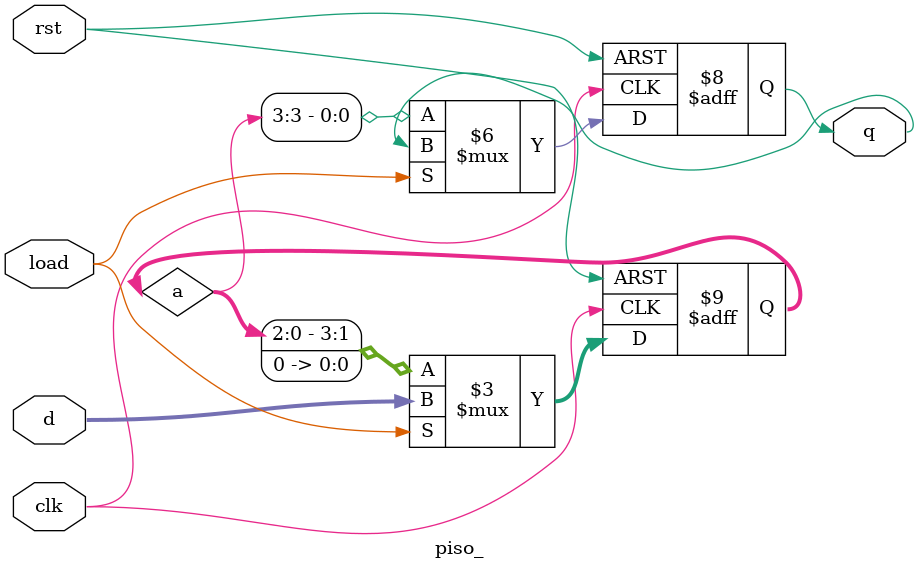
<source format=v>
`timescale 1ns / 1ps


// File: piso.v
module piso_ (
  input [3:0] d,
  input clk,
  input rst,         // Recommended: add a reset
  input load,
  output reg q
);

  reg [3:0] a;

  always @(posedge clk or posedge rst) begin
    if (rst) begin
      a <= 4'b0000;
      q <= 1'b0;
    end
    else if (load) begin
      a <= d;
    end
    else begin
      q <= a[3];              // Output MSB
      a <= {a[2:0], 1'b0};    // Left shift
    end
  end

endmodule

</source>
